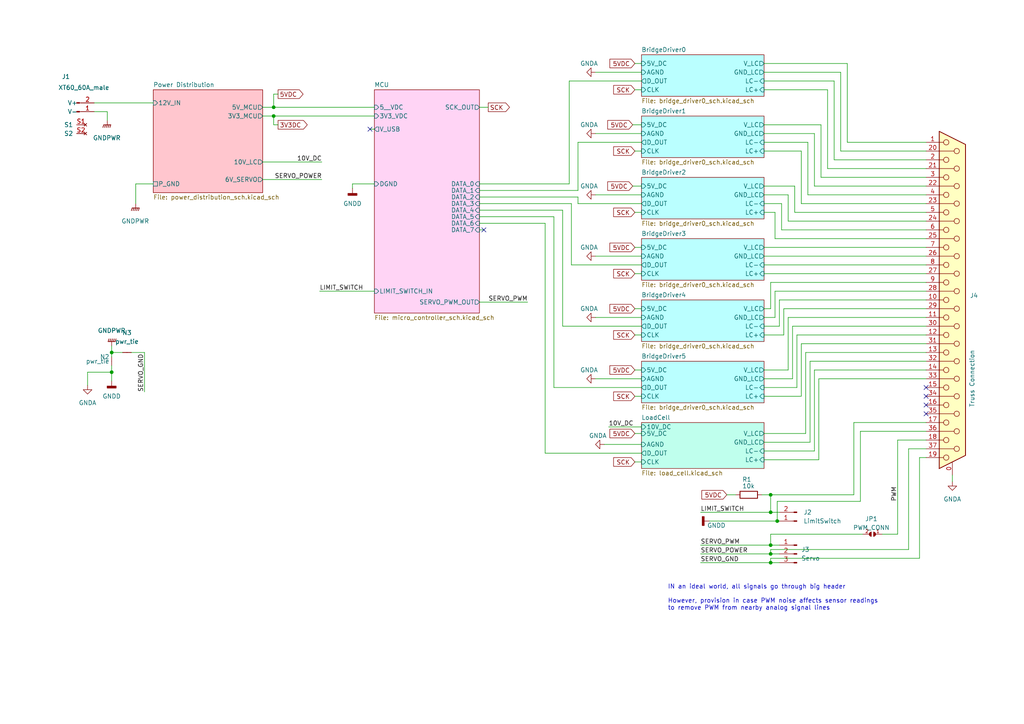
<source format=kicad_sch>
(kicad_sch (version 20211123) (generator eeschema)
  (paper "A4")
  (lib_symbols
    (symbol "000_Connectors_Immo:2pin_molex_2.54mm_male" (pin_names (offset 1.016) hide)
      (property "Reference" "J" (at 0 2.54 0))
      (property "Value" "2pin_molex_2.54mm_male" (at 0 -5.08 0))
      (symbol "2pin_molex_2.54mm_male_1_1"
        (polyline (pts (xy 1.27 -2.54) (xy 0.8636 -2.54)) (stroke (width 0.1524)))
        (polyline (pts (xy 1.27 0) (xy 0.8636 0)) (stroke (width 0.1524)))
        (rectangle (start 0.8636 -2.413) (end 0 -2.667) (stroke (width 0.1524)) (fill (type outline)))
        (rectangle (start 0.8636 0.127) (end 0 -0.127) (stroke (width 0.1524)) (fill (type outline)))
        (pin passive line (at 5.08 0 180) (length 3.81) (name "Pin_1") (number "1"))
        (pin passive line (at 5.08 -2.54 180) (length 3.81) (name "Pin_2") (number "2"))
      )
    )
    (symbol "000_Connectors_Immo:Jumper_2_Open_small" (pin_names (offset 0) hide)
      (property "Reference" "JP" (at 0 2.794 0))
      (property "Value" "Jumper_2_Open_small" (at 0 -3.175 0))
      (symbol "Jumper_2_Open_small_0_1"
        (arc (start -0.635 0.635) (mid -1.2659 0.0056) (end -0.6463 -0.635) (fill (type outline)))
        (polyline (pts (xy -0.635 0.635) (xy -0.635 -0.635)))
        (polyline (pts (xy 0 0.635) (xy 0 -0.635)))
        (arc (start 0.0042 -0.6351) (mid 0.6351 -0.0057) (end 0.0155 0.6349) (fill (type outline)))
      )
      (symbol "Jumper_2_Open_small_1_1"
        (pin passive line (at -3.175 0 0) (length 2.54) (name "A") (number "1"))
        (pin passive line (at 2.54 0 180) (length 2.54) (name "B") (number "2"))
      )
    )
    (symbol "000_Connectors_Immo:XT60_60A_male" (pin_names (offset 1.016))
      (property "Reference" "J?" (at -0.635 6.985 0))
      (property "Value" "XT60_60A_male" (at 10.795 3.81 0))
      (symbol "XT60_60A_male_1_1"
        (rectangle (start 0 -1.778) (end 0.8636 -2.032) (stroke (width 0.1524)) (fill (type outline)))
        (polyline (pts (xy 1.27 -1.905) (xy 0.8636 -1.905)) (stroke (width 0.1524)))
        (polyline (pts (xy 1.27 0.635) (xy 0.8636 0.635)) (stroke (width 0.1524)))
        (rectangle (start 0 0.762) (end 0.8636 0.508) (stroke (width 0.1524)) (fill (type outline)))
        (pin passive line (at 5.08 -1.905 180) (length 3.81) (name "V-") (number "1"))
        (pin passive line (at 5.08 0.635 180) (length 3.81) (name "V+") (number "2"))
        (pin no_connect line (at 2.54 -5.715 180) (length 2.54) (name "S1") (number "S1"))
        (pin no_connect line (at 2.54 -8.255 180) (length 2.54) (name "S2") (number "S2"))
      )
    )
    (symbol "000_Resistors_Immo:Resistor_0805" (pin_numbers hide) (pin_names (offset 0))
      (property "Reference" "R?" (at -2.54 3.81 0))
      (property "Value" "Resistor_0805" (at -5.08 2.54 0))
      (symbol "Resistor_0805_0_1"
        (rectangle (start 2.54 -1.016) (end -2.54 1.016) (stroke (width 0.254)))
      )
      (symbol "Resistor_0805_1_1"
        (pin passive line (at -3.81 0 0) (length 1.27) (name "~") (number "1"))
        (pin passive line (at 3.81 0 180) (length 1.27) (name "~") (number "2"))
      )
    )
    (symbol "000_Utility_Immo:pwr_tie" (pin_numbers hide) (pin_names (offset 0) hide) (in_bom no)
      (property "Reference" "N" (at 0 5.08 0))
      (property "Value" "pwr_tie" (at 0 2.794 0))
      (symbol "pwr_tie_1_1"
        (pin passive line (at -1.27 0 0) (length 1.27) (name "A") (number "1"))
        (pin passive line (at 1.27 0 180) (length 1.27) (name "C") (number "2"))
      )
    )
    (symbol "Connector:Conn_01x03_Male" (pin_names (offset 1.016) hide)
      (property "Reference" "J" (at 0 5.08 0))
      (property "Value" "Conn_01x03_Male" (at 2.54 -4.191 0))
      (symbol "Conn_01x03_Male_1_1"
        (polyline (pts (xy 1.27 -2.54) (xy 0.8636 -2.54)) (stroke (width 0.1524)))
        (polyline (pts (xy 1.27 0) (xy 0.8636 0)) (stroke (width 0.1524)))
        (polyline (pts (xy 1.27 2.54) (xy 0.8636 2.54)) (stroke (width 0.1524)))
        (rectangle (start 0.8636 -2.413) (end 0 -2.667) (stroke (width 0.1524)) (fill (type outline)))
        (rectangle (start 0.8636 0.127) (end 0 -0.127) (stroke (width 0.1524)) (fill (type outline)))
        (rectangle (start 0.8636 2.667) (end 0 2.413) (stroke (width 0.1524)) (fill (type outline)))
        (pin passive line (at 5.08 2.54 180) (length 3.81) (name "Pin_1") (number "1"))
        (pin passive line (at 5.08 0 180) (length 3.81) (name "Pin_2") (number "2"))
        (pin passive line (at 5.08 -2.54 180) (length 3.81) (name "Pin_3") (number "3"))
      )
    )
    (symbol "Connector:DB37_Female_MountingHoles" (pin_names (offset 1.016) hide)
      (property "Reference" "J" (at 0 52.07 0))
      (property "Value" "DB37_Female_MountingHoles" (at 0 50.165 0))
      (symbol "DB37_Female_MountingHoles_0_1"
        (circle (center -1.778 -45.72) (radius 0.762))
        (circle (center -1.778 -40.64) (radius 0.762))
        (circle (center -1.778 -35.56) (radius 0.762))
        (circle (center -1.778 -30.48) (radius 0.762))
        (circle (center -1.778 -25.4) (radius 0.762))
        (circle (center -1.778 -20.32) (radius 0.762))
        (circle (center -1.778 -15.24) (radius 0.762))
        (circle (center -1.778 -10.16) (radius 0.762))
        (circle (center -1.778 -5.08) (radius 0.762))
        (circle (center -1.778 0) (radius 0.762))
        (circle (center -1.778 5.08) (radius 0.762))
        (circle (center -1.778 10.16) (radius 0.762))
        (circle (center -1.778 15.24) (radius 0.762))
        (circle (center -1.778 20.32) (radius 0.762))
        (circle (center -1.778 25.4) (radius 0.762))
        (circle (center -1.778 30.48) (radius 0.762))
        (circle (center -1.778 35.56) (radius 0.762))
        (circle (center -1.778 40.64) (radius 0.762))
        (circle (center -1.778 45.72) (radius 0.762))
        (polyline (pts (xy -3.81 -45.72) (xy -2.54 -45.72)))
        (polyline (pts (xy -3.81 -43.18) (xy 0.508 -43.18)))
        (polyline (pts (xy -3.81 -40.64) (xy -2.54 -40.64)))
        (polyline (pts (xy -3.81 -38.1) (xy 0.508 -38.1)))
        (polyline (pts (xy -3.81 -35.56) (xy -2.54 -35.56)))
        (polyline (pts (xy -3.81 -33.02) (xy 0.508 -33.02)))
        (polyline (pts (xy -3.81 -30.48) (xy -2.54 -30.48)))
        (polyline (pts (xy -3.81 -27.94) (xy 0.508 -27.94)))
        (polyline (pts (xy -3.81 -25.4) (xy -2.54 -25.4)))
        (polyline (pts (xy -3.81 -22.86) (xy 0.508 -22.86)))
        (polyline (pts (xy -3.81 -20.32) (xy -2.54 -20.32)))
        (polyline (pts (xy -3.81 -17.78) (xy 0.508 -17.78)))
        (polyline (pts (xy -3.81 -15.24) (xy -2.54 -15.24)))
        (polyline (pts (xy -3.81 -12.7) (xy 0.508 -12.7)))
        (polyline (pts (xy -3.81 -10.16) (xy -2.54 -10.16)))
        (polyline (pts (xy -3.81 -7.62) (xy 0.508 -7.62)))
        (polyline (pts (xy -3.81 -5.08) (xy -2.54 -5.08)))
        (polyline (pts (xy -3.81 -2.54) (xy 0.508 -2.54)))
        (polyline (pts (xy -3.81 0) (xy -2.54 0)))
        (polyline (pts (xy -3.81 2.54) (xy 0.508 2.54)))
        (polyline (pts (xy -3.81 5.08) (xy -2.54 5.08)))
        (polyline (pts (xy -3.81 7.62) (xy 0.508 7.62)))
        (polyline (pts (xy -3.81 10.16) (xy -2.54 10.16)))
        (polyline (pts (xy -3.81 12.7) (xy 0.508 12.7)))
        (polyline (pts (xy -3.81 15.24) (xy -2.54 15.24)))
        (polyline (pts (xy -3.81 17.78) (xy 0.508 17.78)))
        (polyline (pts (xy -3.81 20.32) (xy -2.54 20.32)))
        (polyline (pts (xy -3.81 22.86) (xy 0.508 22.86)))
        (polyline (pts (xy -3.81 25.4) (xy -2.54 25.4)))
        (polyline (pts (xy -3.81 27.94) (xy 0.508 27.94)))
        (polyline (pts (xy -3.81 30.48) (xy -2.54 30.48)))
        (polyline (pts (xy -3.81 33.02) (xy 0.508 33.02)))
        (polyline (pts (xy -3.81 35.56) (xy -2.54 35.56)))
        (polyline (pts (xy -3.81 38.1) (xy 0.508 38.1)))
        (polyline (pts (xy -3.81 40.64) (xy -2.54 40.64)))
        (polyline (pts (xy -3.81 43.18) (xy 0.508 43.18)))
        (polyline (pts (xy -3.81 45.72) (xy -2.54 45.72)))
        (polyline (pts (xy -3.81 -48.895) (xy 3.81 -45.085) (xy 3.81 45.085) (xy -3.81 48.895) (xy -3.81 -48.895)) (stroke (width 0.254)) (fill (type background)))
        (circle (center 1.27 -43.18) (radius 0.762))
        (circle (center 1.27 -38.1) (radius 0.762))
        (circle (center 1.27 -33.02) (radius 0.762))
        (circle (center 1.27 -27.94) (radius 0.762))
        (circle (center 1.27 -22.86) (radius 0.762))
        (circle (center 1.27 -17.78) (radius 0.762))
        (circle (center 1.27 -12.7) (radius 0.762))
        (circle (center 1.27 -7.62) (radius 0.762))
        (circle (center 1.27 -2.54) (radius 0.762))
        (circle (center 1.27 2.54) (radius 0.762))
        (circle (center 1.27 7.62) (radius 0.762))
        (circle (center 1.27 12.7) (radius 0.762))
        (circle (center 1.27 17.78) (radius 0.762))
        (circle (center 1.27 22.86) (radius 0.762))
        (circle (center 1.27 27.94) (radius 0.762))
        (circle (center 1.27 33.02) (radius 0.762))
        (circle (center 1.27 38.1) (radius 0.762))
        (circle (center 1.27 43.18) (radius 0.762))
      )
      (symbol "DB37_Female_MountingHoles_1_1"
        (pin passive line (at 0 -50.8 90) (length 3.81) (name "PAD") (number "0"))
        (pin passive line (at -7.62 45.72 0) (length 3.81) (name "1") (number "1"))
        (pin passive line (at -7.62 0 0) (length 3.81) (name "10") (number "10"))
        (pin passive line (at -7.62 -5.08 0) (length 3.81) (name "11") (number "11"))
        (pin passive line (at -7.62 -10.16 0) (length 3.81) (name "12") (number "12"))
        (pin passive line (at -7.62 -15.24 0) (length 3.81) (name "13") (number "13"))
        (pin passive line (at -7.62 -20.32 0) (length 3.81) (name "14") (number "14"))
        (pin passive line (at -7.62 -25.4 0) (length 3.81) (name "15") (number "15"))
        (pin passive line (at -7.62 -30.48 0) (length 3.81) (name "16") (number "16"))
        (pin passive line (at -7.62 -35.56 0) (length 3.81) (name "17") (number "17"))
        (pin passive line (at -7.62 -40.64 0) (length 3.81) (name "18") (number "18"))
        (pin passive line (at -7.62 -45.72 0) (length 3.81) (name "19") (number "19"))
        (pin passive line (at -7.62 40.64 0) (length 3.81) (name "2") (number "2"))
        (pin passive line (at -7.62 43.18 0) (length 3.81) (name "20") (number "20"))
        (pin passive line (at -7.62 38.1 0) (length 3.81) (name "21") (number "21"))
        (pin passive line (at -7.62 33.02 0) (length 3.81) (name "22") (number "22"))
        (pin passive line (at -7.62 27.94 0) (length 3.81) (name "23") (number "23"))
        (pin passive line (at -7.62 22.86 0) (length 3.81) (name "24") (number "24"))
        (pin passive line (at -7.62 17.78 0) (length 3.81) (name "25") (number "25"))
        (pin passive line (at -7.62 12.7 0) (length 3.81) (name "26") (number "26"))
        (pin passive line (at -7.62 7.62 0) (length 3.81) (name "27") (number "27"))
        (pin passive line (at -7.62 2.54 0) (length 3.81) (name "28") (number "28"))
        (pin passive line (at -7.62 -2.54 0) (length 3.81) (name "29") (number "29"))
        (pin passive line (at -7.62 35.56 0) (length 3.81) (name "3") (number "3"))
        (pin passive line (at -7.62 -7.62 0) (length 3.81) (name "30") (number "30"))
        (pin passive line (at -7.62 -12.7 0) (length 3.81) (name "31") (number "31"))
        (pin passive line (at -7.62 -17.78 0) (length 3.81) (name "32") (number "32"))
        (pin passive line (at -7.62 -22.86 0) (length 3.81) (name "33") (number "33"))
        (pin passive line (at -7.62 -27.94 0) (length 3.81) (name "34") (number "34"))
        (pin passive line (at -7.62 -33.02 0) (length 3.81) (name "35") (number "35"))
        (pin passive line (at -7.62 -38.1 0) (length 3.81) (name "36") (number "36"))
        (pin passive line (at -7.62 -43.18 0) (length 3.81) (name "37") (number "37"))
        (pin passive line (at -7.62 30.48 0) (length 3.81) (name "4") (number "4"))
        (pin passive line (at -7.62 25.4 0) (length 3.81) (name "5") (number "5"))
        (pin passive line (at -7.62 20.32 0) (length 3.81) (name "6") (number "6"))
        (pin passive line (at -7.62 15.24 0) (length 3.81) (name "7") (number "7"))
        (pin passive line (at -7.62 10.16 0) (length 3.81) (name "8") (number "8"))
        (pin passive line (at -7.62 5.08 0) (length 3.81) (name "9") (number "9"))
      )
    )
    (symbol "power:GNDA" (power) (pin_names (offset 0))
      (property "Value" "GNDA" (at 0 -3.81 0))
      (symbol "GNDA_0_1"
        (polyline (pts (xy 0 0) (xy 0 -1.27) (xy 1.27 -1.27) (xy 0 -2.54) (xy -1.27 -1.27) (xy 0 -1.27)))
      )
      (symbol "GNDA_1_1"
        (pin power_in line (at 0 0 270) (length 0) hide (name "GNDA") (number "1"))
      )
    )
    (symbol "power:GNDD" (power) (pin_names (offset 0))
      (property "Value" "GNDD" (at 0 -3.175 0))
      (symbol "GNDD_0_1"
        (rectangle (start -1.27 -1.524) (end 1.27 -2.032) (stroke (width 0.254)) (fill (type outline)))
        (polyline (pts (xy 0 0) (xy 0 -1.524)))
      )
      (symbol "GNDD_1_1"
        (pin power_in line (at 0 0 270) (length 0) hide (name "GNDD") (number "1"))
      )
    )
    (symbol "power:GNDPWR" (power) (pin_names (offset 0))
      (property "Value" "GNDPWR" (at 0 -3.302 0))
      (symbol "GNDPWR_0_1"
        (polyline (pts (xy 0 -1.27) (xy 0 0)))
        (polyline (pts (xy -1.016 -1.27) (xy -1.27 -2.032) (xy -1.27 -2.032)) (stroke (width 0.2032)))
        (polyline (pts (xy -0.508 -1.27) (xy -0.762 -2.032) (xy -0.762 -2.032)) (stroke (width 0.2032)))
        (polyline (pts (xy 0 -1.27) (xy -0.254 -2.032) (xy -0.254 -2.032)) (stroke (width 0.2032)))
        (polyline (pts (xy 0.508 -1.27) (xy 0.254 -2.032) (xy 0.254 -2.032)) (stroke (width 0.2032)))
        (polyline (pts (xy 1.016 -1.27) (xy -1.016 -1.27) (xy -1.016 -1.27)) (stroke (width 0.2032)))
        (polyline (pts (xy 1.016 -1.27) (xy 0.762 -2.032) (xy 0.762 -2.032) (xy 0.762 -2.032)) (stroke (width 0.2032)))
      )
      (symbol "GNDPWR_1_1"
        (pin power_in line (at 0 0 270) (length 0) hide (name "GNDPWR") (number "1"))
      )
    )
  )
  (junction (at 223.52 148.59))
  (junction (at 32.385 107.95))
  (junction (at 223.52 163.195))
  (junction (at 79.375 33.655))
  (junction (at 223.52 143.51))
  (junction (at 79.375 31.115))
  (junction (at 32.385 102.235))
  (junction (at 225.425 151.13))
  (junction (at 223.52 158.115))
  (junction (at 223.52 160.655))
  (no_connect (at 140.335 66.675))
  (no_connect (at 107.315 37.465))
  (no_connect (at 268.605 112.395))
  (no_connect (at 268.605 114.935))
  (no_connect (at 268.605 117.475))
  (no_connect (at 268.605 120.015))
  (wire (pts (xy 221.615 89.535) (xy 223.52 89.535)))
  (wire (pts (xy 225.425 151.13) (xy 226.06 151.13)))
  (wire (pts (xy 102.235 54.61) (xy 102.235 53.34)))
  (wire (pts (xy 158.115 131.445) (xy 158.115 64.77)))
  (wire (pts (xy 221.615 76.835) (xy 268.605 76.835)))
  (wire (pts (xy 184.15 18.415) (xy 186.055 18.415)))
  (wire (pts (xy 80.645 27.305) (xy 79.375 27.305)))
  (wire (pts (xy 221.615 79.375) (xy 268.605 79.375)))
  (wire (pts (xy 203.2 148.59) (xy 223.52 148.59)))
  (wire (pts (xy 238.125 36.195) (xy 238.125 51.435)))
  (wire (pts (xy 232.41 59.055) (xy 268.605 59.055)))
  (wire (pts (xy 247.65 122.555) (xy 268.605 122.555)))
  (wire (pts (xy 234.95 128.27) (xy 234.95 104.775)))
  (wire (pts (xy 221.615 112.395) (xy 231.14 112.395)))
  (wire (pts (xy 31.115 32.385) (xy 27.305 32.385)))
  (wire (pts (xy 223.52 148.59) (xy 226.06 148.59)))
  (wire (pts (xy 221.615 36.195) (xy 238.125 36.195)))
  (wire (pts (xy 229.87 94.615) (xy 268.605 94.615)))
  (wire (pts (xy 27.305 29.845) (xy 44.45 29.845)))
  (wire (pts (xy 224.79 69.215) (xy 268.605 69.215)))
  (wire (pts (xy 184.15 125.73) (xy 186.055 125.73)))
  (wire (pts (xy 223.52 160.655) (xy 226.06 160.655)))
  (wire (pts (xy 276.225 137.795) (xy 276.225 139.7)))
  (wire (pts (xy 172.72 56.515) (xy 186.055 56.515)))
  (wire (pts (xy 231.14 97.155) (xy 268.605 97.155)))
  (wire (pts (xy 184.15 107.315) (xy 186.055 107.315)))
  (wire (pts (xy 243.84 43.815) (xy 268.605 43.815)))
  (wire (pts (xy 249.555 145.415) (xy 249.555 125.095)))
  (wire (pts (xy 241.935 46.355) (xy 268.605 46.355)))
  (wire (pts (xy 184.15 97.155) (xy 186.055 97.155)))
  (wire (pts (xy 221.615 97.155) (xy 227.33 97.155)))
  (wire (pts (xy 221.615 128.27) (xy 234.95 128.27)))
  (wire (pts (xy 223.52 158.115) (xy 226.06 158.115)))
  (wire (pts (xy 221.615 109.855) (xy 229.87 109.855)))
  (wire (pts (xy 184.15 89.535) (xy 186.055 89.535)))
  (wire (pts (xy 203.2 163.195) (xy 223.52 163.195)))
  (wire (pts (xy 139.065 55.245) (xy 167.64 55.245)))
  (wire (pts (xy 238.125 51.435) (xy 268.605 51.435)))
  (wire (pts (xy 221.615 38.735) (xy 236.22 38.735)))
  (wire (pts (xy 184.15 26.035) (xy 186.055 26.035)))
  (wire (pts (xy 76.2 52.07) (xy 93.345 52.07)))
  (wire (pts (xy 25.4 107.95) (xy 32.385 107.95)))
  (wire (pts (xy 160.655 112.395) (xy 160.655 62.865)))
  (wire (pts (xy 236.22 130.81) (xy 236.22 107.315)))
  (wire (pts (xy 221.615 130.81) (xy 236.22 130.81)))
  (wire (pts (xy 231.14 112.395) (xy 231.14 97.155)))
  (wire (pts (xy 80.645 36.195) (xy 79.375 36.195)))
  (wire (pts (xy 221.615 26.035) (xy 240.03 26.035)))
  (wire (pts (xy 226.695 66.675) (xy 268.605 66.675)))
  (wire (pts (xy 32.385 102.235) (xy 32.385 100.33)))
  (wire (pts (xy 245.745 18.415) (xy 245.745 41.275)))
  (wire (pts (xy 165.1 23.495) (xy 186.055 23.495)))
  (wire (pts (xy 184.15 43.815) (xy 186.055 43.815)))
  (wire (pts (xy 221.615 133.35) (xy 237.49 133.35)))
  (wire (pts (xy 39.37 53.34) (xy 44.45 53.34)))
  (wire (pts (xy 184.15 79.375) (xy 186.055 79.375)))
  (wire (pts (xy 225.425 145.415) (xy 249.555 145.415)))
  (wire (pts (xy 35.56 102.235) (xy 32.385 102.235)))
  (wire (pts (xy 221.615 61.595) (xy 224.79 61.595)))
  (wire (pts (xy 41.91 113.665) (xy 41.91 102.235)))
  (wire (pts (xy 176.53 123.825) (xy 186.055 123.825)))
  (wire (pts (xy 268.605 127.635) (xy 260.35 127.635)))
  (wire (pts (xy 76.2 46.99) (xy 93.345 46.99)))
  (wire (pts (xy 32.385 106.045) (xy 32.385 107.95)))
  (wire (pts (xy 107.315 37.465) (xy 108.585 37.465)))
  (wire (pts (xy 227.33 89.535) (xy 268.605 89.535)))
  (wire (pts (xy 76.2 31.115) (xy 79.375 31.115)))
  (wire (pts (xy 221.615 20.955) (xy 243.84 20.955)))
  (wire (pts (xy 139.065 53.34) (xy 165.1 53.34)))
  (wire (pts (xy 32.385 102.235) (xy 32.385 103.505)))
  (wire (pts (xy 184.15 114.935) (xy 186.055 114.935)))
  (wire (pts (xy 76.2 33.655) (xy 79.375 33.655)))
  (wire (pts (xy 225.425 151.13) (xy 225.425 145.415)))
  (wire (pts (xy 172.72 74.295) (xy 186.055 74.295)))
  (wire (pts (xy 221.615 94.615) (xy 226.06 94.615)))
  (wire (pts (xy 223.52 159.385) (xy 263.525 159.385)))
  (wire (pts (xy 266.7 132.715) (xy 268.605 132.715)))
  (wire (pts (xy 203.2 158.115) (xy 223.52 158.115)))
  (wire (pts (xy 237.49 133.35) (xy 237.49 109.855)))
  (wire (pts (xy 263.525 130.175) (xy 268.605 130.175)))
  (wire (pts (xy 139.065 31.115) (xy 141.605 31.115)))
  (wire (pts (xy 221.615 125.73) (xy 233.68 125.73)))
  (wire (pts (xy 234.95 104.775) (xy 268.605 104.775)))
  (wire (pts (xy 165.735 59.055) (xy 165.735 76.835)))
  (wire (pts (xy 139.065 62.865) (xy 160.655 62.865)))
  (wire (pts (xy 228.6 64.135) (xy 268.605 64.135)))
  (wire (pts (xy 32.385 107.95) (xy 32.385 110.49)))
  (wire (pts (xy 220.98 143.51) (xy 223.52 143.51)))
  (wire (pts (xy 240.03 48.895) (xy 268.605 48.895)))
  (wire (pts (xy 102.235 53.34) (xy 108.585 53.34)))
  (wire (pts (xy 223.52 160.655) (xy 223.52 159.385)))
  (wire (pts (xy 79.375 31.115) (xy 108.585 31.115)))
  (wire (pts (xy 184.15 71.755) (xy 186.055 71.755)))
  (wire (pts (xy 221.615 53.975) (xy 230.505 53.975)))
  (wire (pts (xy 139.065 60.96) (xy 163.195 60.96)))
  (wire (pts (xy 228.6 56.515) (xy 228.6 64.135)))
  (wire (pts (xy 221.615 107.315) (xy 228.6 107.315)))
  (wire (pts (xy 232.41 114.935) (xy 232.41 99.695)))
  (wire (pts (xy 223.52 143.51) (xy 223.52 148.59)))
  (wire (pts (xy 165.1 53.34) (xy 165.1 23.495)))
  (wire (pts (xy 224.79 84.455) (xy 268.605 84.455)))
  (wire (pts (xy 236.22 53.975) (xy 268.605 53.975)))
  (wire (pts (xy 230.505 53.975) (xy 230.505 61.595)))
  (wire (pts (xy 163.195 60.96) (xy 163.195 94.615)))
  (wire (pts (xy 221.615 71.755) (xy 268.605 71.755)))
  (wire (pts (xy 223.52 154.94) (xy 223.52 158.115)))
  (wire (pts (xy 226.06 163.195) (xy 223.52 163.195)))
  (wire (pts (xy 41.91 102.235) (xy 38.1 102.235)))
  (wire (pts (xy 226.06 86.995) (xy 268.605 86.995)))
  (wire (pts (xy 167.64 55.245) (xy 167.64 41.275)))
  (wire (pts (xy 210.82 143.51) (xy 213.36 143.51)))
  (wire (pts (xy 186.055 112.395) (xy 160.655 112.395)))
  (wire (pts (xy 247.65 143.51) (xy 247.65 122.555)))
  (wire (pts (xy 260.35 127.635) (xy 260.35 154.94)))
  (wire (pts (xy 232.41 43.815) (xy 232.41 59.055)))
  (wire (pts (xy 237.49 109.855) (xy 268.605 109.855)))
  (wire (pts (xy 140.335 66.675) (xy 139.065 66.675)))
  (wire (pts (xy 175.26 128.905) (xy 186.055 128.905)))
  (wire (pts (xy 221.615 74.295) (xy 268.605 74.295)))
  (wire (pts (xy 232.41 99.695) (xy 268.605 99.695)))
  (wire (pts (xy 186.055 131.445) (xy 158.115 131.445)))
  (wire (pts (xy 39.37 53.34) (xy 39.37 59.055)))
  (wire (pts (xy 223.52 143.51) (xy 247.65 143.51)))
  (wire (pts (xy 226.695 59.055) (xy 226.695 66.675)))
  (wire (pts (xy 224.79 92.075) (xy 224.79 84.455)))
  (wire (pts (xy 236.22 107.315) (xy 268.605 107.315)))
  (wire (pts (xy 167.64 57.15) (xy 167.64 59.055)))
  (wire (pts (xy 184.15 133.985) (xy 186.055 133.985)))
  (wire (pts (xy 223.52 161.925) (xy 266.7 161.925)))
  (wire (pts (xy 227.33 97.155) (xy 227.33 89.535)))
  (wire (pts (xy 236.22 38.735) (xy 236.22 53.975)))
  (wire (pts (xy 221.615 41.275) (xy 234.315 41.275)))
  (wire (pts (xy 260.35 154.94) (xy 255.905 154.94)))
  (wire (pts (xy 223.52 163.195) (xy 223.52 161.925)))
  (wire (pts (xy 139.065 57.15) (xy 167.64 57.15)))
  (wire (pts (xy 224.79 61.595) (xy 224.79 69.215)))
  (wire (pts (xy 183.515 53.975) (xy 186.055 53.975)))
  (wire (pts (xy 263.525 159.385) (xy 263.525 130.175)))
  (wire (pts (xy 228.6 107.315) (xy 228.6 92.075)))
  (wire (pts (xy 172.72 38.735) (xy 186.055 38.735)))
  (wire (pts (xy 221.615 23.495) (xy 241.935 23.495)))
  (wire (pts (xy 203.2 160.655) (xy 223.52 160.655)))
  (wire (pts (xy 221.615 92.075) (xy 224.79 92.075)))
  (wire (pts (xy 139.065 59.055) (xy 165.735 59.055)))
  (wire (pts (xy 223.52 89.535) (xy 223.52 81.915)))
  (wire (pts (xy 221.615 114.935) (xy 232.41 114.935)))
  (wire (pts (xy 230.505 61.595) (xy 268.605 61.595)))
  (wire (pts (xy 172.72 109.855) (xy 186.055 109.855)))
  (wire (pts (xy 221.615 18.415) (xy 245.745 18.415)))
  (wire (pts (xy 31.115 34.925) (xy 31.115 32.385)))
  (wire (pts (xy 205.74 151.13) (xy 225.425 151.13)))
  (wire (pts (xy 221.615 43.815) (xy 232.41 43.815)))
  (wire (pts (xy 184.15 61.595) (xy 186.055 61.595)))
  (wire (pts (xy 172.72 20.955) (xy 186.055 20.955)))
  (wire (pts (xy 234.315 56.515) (xy 268.605 56.515)))
  (wire (pts (xy 223.52 81.915) (xy 268.605 81.915)))
  (wire (pts (xy 139.065 87.63) (xy 153.035 87.63)))
  (wire (pts (xy 172.72 92.075) (xy 186.055 92.075)))
  (wire (pts (xy 92.71 84.455) (xy 108.585 84.455)))
  (wire (pts (xy 243.84 20.955) (xy 243.84 43.815)))
  (wire (pts (xy 234.315 41.275) (xy 234.315 56.515)))
  (wire (pts (xy 245.745 41.275) (xy 268.605 41.275)))
  (wire (pts (xy 249.555 125.095) (xy 268.605 125.095)))
  (wire (pts (xy 226.06 94.615) (xy 226.06 86.995)))
  (wire (pts (xy 233.68 125.73) (xy 233.68 102.235)))
  (wire (pts (xy 266.7 161.925) (xy 266.7 132.715)))
  (wire (pts (xy 241.935 23.495) (xy 241.935 46.355)))
  (wire (pts (xy 221.615 56.515) (xy 228.6 56.515)))
  (wire (pts (xy 167.64 59.055) (xy 186.055 59.055)))
  (wire (pts (xy 240.03 26.035) (xy 240.03 48.895)))
  (wire (pts (xy 250.19 154.94) (xy 223.52 154.94)))
  (wire (pts (xy 139.065 64.77) (xy 158.115 64.77)))
  (wire (pts (xy 25.4 111.76) (xy 25.4 107.95)))
  (wire (pts (xy 79.375 27.305) (xy 79.375 31.115)))
  (wire (pts (xy 233.68 102.235) (xy 268.605 102.235)))
  (wire (pts (xy 79.375 36.195) (xy 79.375 33.655)))
  (wire (pts (xy 163.195 94.615) (xy 186.055 94.615)))
  (wire (pts (xy 167.64 41.275) (xy 186.055 41.275)))
  (wire (pts (xy 228.6 92.075) (xy 268.605 92.075)))
  (wire (pts (xy 229.87 109.855) (xy 229.87 94.615)))
  (wire (pts (xy 79.375 33.655) (xy 108.585 33.655)))
  (wire (pts (xy 165.735 76.835) (xy 186.055 76.835)))
  (wire (pts (xy 221.615 59.055) (xy 226.695 59.055)))
  (wire (pts (xy 183.515 36.195) (xy 186.055 36.195)))
  (text "IN an ideal world, all signals go through big header\n\nHowever, provision in case PWM noise affects sensor readings\nto remove PWM from nearby analog signal lines" (at 193.675 177.165 0) (effects (font (size 1.27 1.27)) (justify left bottom)))
  (label "LIMIT_SWITCH" (at 203.2 148.59 0))
  (label "SERVO_PWM" (at 153.035 87.63 180))
  (label "LIMIT_SWITCH" (at 92.71 84.455 0))
  (label "SERVO_PWM" (at 203.2 158.115 0))
  (label "SERVO_POWER" (at 93.345 52.07 180))
  (label "SERVO_GND" (at 203.2 163.195 0))
  (label "10V_DC" (at 93.345 46.99 180))
  (label "10V_DC" (at 176.53 123.825 0))
  (label "SERVO_POWER" (at 203.2 160.655 0))
  (label "SERVO_GND" (at 41.91 113.665 90))
  (label "PWM" (at 260.35 145.415 90))
  (global_label "SCK" (shape input) (at 184.15 97.155 180) (property "Intersheet References" "${INTERSHEET_REFS}" (effects hide)))
  (global_label "5VDC" (shape input) (at 184.15 18.415 180) (property "Intersheet References" "${INTERSHEET_REFS}" (effects hide)))
  (global_label "SCK" (shape output) (at 141.605 31.115 0) (property "Intersheet References" "${INTERSHEET_REFS}" (effects hide)))
  (global_label "5VDC" (shape input) (at 183.515 53.975 180) (property "Intersheet References" "${INTERSHEET_REFS}" (effects hide)))
  (global_label "5VDC" (shape input) (at 210.82 143.51 180) (property "Intersheet References" "${INTERSHEET_REFS}" (effects hide)))
  (global_label "SCK" (shape input) (at 184.15 114.935 180) (property "Intersheet References" "${INTERSHEET_REFS}" (effects hide)))
  (global_label "5VDC" (shape input) (at 184.15 125.73 180) (property "Intersheet References" "${INTERSHEET_REFS}" (effects hide)))
  (global_label "5VDC" (shape input) (at 183.515 36.195 180) (property "Intersheet References" "${INTERSHEET_REFS}" (effects hide)))
  (global_label "SCK" (shape input) (at 184.15 133.985 180) (property "Intersheet References" "${INTERSHEET_REFS}" (effects hide)))
  (global_label "SCK" (shape input) (at 184.15 26.035 180) (property "Intersheet References" "${INTERSHEET_REFS}" (effects hide)))
  (global_label "SCK" (shape input) (at 184.15 79.375 180) (property "Intersheet References" "${INTERSHEET_REFS}" (effects hide)))
  (global_label "5VDC" (shape input) (at 184.15 89.535 180) (property "Intersheet References" "${INTERSHEET_REFS}" (effects hide)))
  (global_label "5VDC" (shape input) (at 184.15 107.315 180) (property "Intersheet References" "${INTERSHEET_REFS}" (effects hide)))
  (global_label "SCK" (shape input) (at 184.15 61.595 180) (property "Intersheet References" "${INTERSHEET_REFS}" (effects hide)))
  (global_label "SCK" (shape input) (at 184.15 43.815 180) (property "Intersheet References" "${INTERSHEET_REFS}" (effects hide)))
  (global_label "5VDC" (shape output) (at 80.645 27.305 0) (property "Intersheet References" "${INTERSHEET_REFS}" (effects hide)))
  (global_label "3V3DC" (shape output) (at 80.645 36.195 0) (property "Intersheet References" "${INTERSHEET_REFS}" (effects hide)))
  (global_label "5VDC" (shape input) (at 184.15 71.755 180) (property "Intersheet References" "${INTERSHEET_REFS}" (effects hide)))
  (symbol (lib_id "power:GNDA") (at 172.72 92.075 270) (unit 1)
    (property "Reference" "#PWR011" (effects hide))
    (property "Value" "GNDA" (at 168.275 89.535 90) (effects (justify left)))
  )
  (symbol (lib_id "Connector:Conn_01x03_Male") (at 231.14 160.655 0) (mirror y) (unit 1)
    (property "Reference" "J3" (at 232.41 159.3849 0) (effects (justify right)))
    (property "Value" "Servo" (at 232.41 161.9249 0) (effects (justify right)))
    (property "Footprint" "Connector_PinHeader_2.54mm:PinHeader_1x03_P2.54mm_Vertical" (effects hide))
  )
  (symbol (lib_id "Connector:DB37_Female_MountingHoles") (at 276.225 86.995 0) (unit 1)
    (property "Reference" "J4" (at 281.305 85.7249 0) (effects (justify left)))
    (property "Value" "Truss Connection" (at 281.94 118.11 90) (effects (justify left)))
    (property "Footprint" "Connector_Dsub:DSUB-37_Female_Vertical_P2.77x2.84mm_MountingHoles" (effects hide))
    (property "Datasheet" " ~" (effects hide))
  )
  (symbol (lib_id "000_Connectors_Immo:Jumper_2_Open_small") (at 252.73 154.94 180) (unit 1)
    (property "Reference" "JP1" (at 252.73 150.495 0))
    (property "Value" "PWM_CONN" (at 252.73 153.035 0))
    (property "Footprint" "Jumper:SolderJumper-2_P1.3mm_Open_RoundedPad1.0x1.5mm" (effects hide))
  )
  (symbol (lib_id "power:GNDA") (at 172.72 74.295 270) (unit 1)
    (property "Reference" "#PWR010" (effects hide))
    (property "Value" "GNDA" (at 168.275 71.755 90) (effects (justify left)))
  )
  (symbol (lib_id "power:GNDPWR") (at 39.37 59.055 0) (unit 1)
    (property "Reference" "#PWR04" (effects hide))
    (property "Value" "GNDPWR" (at 39.243 64.135 0))
  )
  (symbol (lib_id "power:GNDD") (at 102.235 54.61 0) (unit 1)
    (property "Reference" "#PWR06" (effects hide))
    (property "Value" "GNDD" (at 102.235 59.055 0))
  )
  (symbol (lib_id "000_Utility_Immo:pwr_tie") (at 32.385 104.775 270) (mirror x) (unit 1) (in_bom no)
    (property "Reference" "N2" (at 31.75 103.5049 90) (effects (justify right)))
    (property "Value" "pwr_tie" (at 31.75 104.775 90) (effects (justify right)))
    (property "Footprint" "NetTie:NetTie-8-15A_1oz_2oz" (effects hide))
  )
  (symbol (lib_id "power:GNDD") (at 32.385 110.49 0) (mirror y) (unit 1)
    (property "Reference" "#PWR03" (effects hide))
    (property "Value" "GNDD" (at 32.385 114.935 0))
  )
  (symbol (lib_id "power:GNDPWR") (at 32.385 100.33 180) (unit 1)
    (property "Reference" "#PWR01" (effects hide))
    (property "Value" "GNDPWR" (at 32.385 95.885 0))
  )
  (symbol (lib_id "power:GNDA") (at 175.26 128.905 270) (unit 1)
    (property "Reference" "#PWR013" (effects hide))
    (property "Value" "GNDA" (at 170.815 126.365 90) (effects (justify left)))
  )
  (symbol (lib_id "power:GNDD") (at 205.74 151.13 270) (unit 1)
    (property "Reference" "#PWR014" (effects hide))
    (property "Value" "GNDD" (at 205.105 152.4 90) (effects (justify left)))
  )
  (symbol (lib_id "000_Connectors_Immo:2pin_molex_2.54mm_male") (at 231.14 151.13 180) (unit 1)
    (property "Reference" "J2" (at 233.045 148.5899 0) (effects (justify right)))
    (property "Value" "LimitSwitch" (at 233.045 151.1299 0) (effects (justify right)))
    (property "Footprint" "Connector_Molex:Molex_KK-254_AE-6410-02A_1x02_P2.54mm_Vertical" (effects hide))
  )
  (symbol (lib_id "000_Connectors_Immo:XT60_60A_male") (at 22.225 30.48 0) (unit 1)
    (property "Reference" "J1" (at 20.32 22.225 0) (effects (justify right)))
    (property "Value" "XT60_60A_male" (at 31.75 25.4 0) (effects (justify right)))
    (property "Footprint" "Connector_AMASS:AMASS_XT60PW-M" (effects hide))
  )
  (symbol (lib_id "000_Resistors_Immo:Resistor_0805") (at 217.17 143.51 180) (unit 1)
    (property "Reference" "R1" (at 215.265 139.065 0) (effects (justify right)))
    (property "Value" "10k" (at 215.265 140.97 0) (effects (justify right)))
    (property "Footprint" "Resistor_SMD:R_0805_2012Metric_Pad1.20x1.40mm_HandSolder" (effects hide))
  )
  (symbol (lib_id "power:GNDA") (at 25.4 111.76 0) (unit 1)
    (property "Reference" "#PWR05" (effects hide))
    (property "Value" "GNDA" (at 25.4 116.84 0))
  )
  (symbol (lib_id "power:GNDA") (at 172.72 109.855 270) (unit 1)
    (property "Reference" "#PWR012" (effects hide))
    (property "Value" "GNDA" (at 168.275 107.315 90) (effects (justify left)))
  )
  (symbol (lib_id "power:GNDA") (at 172.72 20.955 270) (unit 1)
    (property "Reference" "#PWR07" (effects hide))
    (property "Value" "GNDA" (at 168.275 18.415 90) (effects (justify left)))
  )
  (symbol (lib_id "000_Utility_Immo:pwr_tie") (at 36.83 102.235 0) (unit 1) (in_bom no)
    (property "Reference" "N3" (at 36.83 96.52 0))
    (property "Value" "pwr_tie" (at 36.83 99.06 0))
    (property "Footprint" "NetTie:NetTie-8-15A_1oz_2oz" (effects hide))
  )
  (symbol (lib_id "power:GNDA") (at 276.225 139.7 0) (unit 1)
    (property "Reference" "#PWR0101" (effects hide))
    (property "Value" "GNDA" (at 276.225 144.78 0))
  )
  (symbol (lib_id "power:GNDPWR") (at 31.115 34.925 0) (unit 1)
    (property "Reference" "#PWR02" (effects hide))
    (property "Value" "GNDPWR" (at 30.988 40.005 0))
  )
  (symbol (lib_id "power:GNDA") (at 172.72 38.735 270) (unit 1)
    (property "Reference" "#PWR08" (effects hide))
    (property "Value" "GNDA" (at 168.275 36.195 90) (effects (justify left)))
  )
  (symbol (lib_id "power:GNDA") (at 172.72 56.515 270) (unit 1)
    (property "Reference" "#PWR09" (effects hide))
    (property "Value" "GNDA" (at 168.275 53.975 90) (effects (justify left)))
  )
  (sheet (at 186.055 51.435) (size 35.56 12.065) (stroke (width 0.1524)) (fill (color 40 255 253 0.3200))
    (property "Sheet name" "BridgeDriver2" (at 186.055 50.7234 0) (effects (justify left bottom)))
    (property "Sheet file" "bridge_driver0_sch.kicad_sch" (at 186.055 64.0846 0) (effects (justify left top)))
    (pin "LC-" input (at 221.615 59.055 0))
    (pin "LC+" input (at 221.615 61.595 0))
    (pin "5V_DC" input (at 186.055 53.975 180))
    (pin "AGND" input (at 186.055 56.515 180))
    (pin "CLK" input (at 186.055 61.595 180))
    (pin "D_OUT" output (at 186.055 59.055 180))
    (pin "V_LC" output (at 221.615 53.975 0))
    (pin "GND_LC" output (at 221.615 56.515 0))
  )
  (sheet (at 186.055 69.215) (size 35.56 12.065) (stroke (width 0.1524)) (fill (color 40 255 253 0.3200))
    (property "Sheet name" "BridgeDriver3" (at 186.055 68.5034 0) (effects (justify left bottom)))
    (property "Sheet file" "bridge_driver0_sch.kicad_sch" (at 186.055 81.8646 0) (effects (justify left top)))
    (pin "LC-" input (at 221.615 76.835 0))
    (pin "LC+" input (at 221.615 79.375 0))
    (pin "5V_DC" input (at 186.055 71.755 180))
    (pin "AGND" input (at 186.055 74.295 180))
    (pin "CLK" input (at 186.055 79.375 180))
    (pin "D_OUT" output (at 186.055 76.835 180))
    (pin "V_LC" output (at 221.615 71.755 0))
    (pin "GND_LC" output (at 221.615 74.295 0))
  )
  (sheet (at 186.055 104.775) (size 35.56 12.065) (stroke (width 0.1524)) (fill (color 40 255 253 0.3200))
    (property "Sheet name" "BridgeDriver5" (at 186.055 104.0634 0) (effects (justify left bottom)))
    (property "Sheet file" "bridge_driver0_sch.kicad_sch" (at 186.055 117.4246 0) (effects (justify left top)))
    (pin "LC-" input (at 221.615 112.395 0))
    (pin "LC+" input (at 221.615 114.935 0))
    (pin "5V_DC" input (at 186.055 107.315 180))
    (pin "AGND" input (at 186.055 109.855 180))
    (pin "CLK" input (at 186.055 114.935 180))
    (pin "D_OUT" output (at 186.055 112.395 180))
    (pin "V_LC" output (at 221.615 107.315 0))
    (pin "GND_LC" output (at 221.615 109.855 0))
  )
  (sheet (at 186.055 15.875) (size 35.56 12.065) (stroke (width 0.1524)) (fill (color 40 255 253 0.3200))
    (property "Sheet name" "BridgeDriver0" (at 186.055 15.1634 0) (effects (justify left bottom)))
    (property "Sheet file" "bridge_driver0_sch.kicad_sch" (at 186.055 28.5246 0) (effects (justify left top)))
    (pin "LC-" input (at 221.615 23.495 0))
    (pin "LC+" input (at 221.615 26.035 0))
    (pin "5V_DC" input (at 186.055 18.415 180))
    (pin "AGND" input (at 186.055 20.955 180))
    (pin "CLK" input (at 186.055 26.035 180))
    (pin "D_OUT" output (at 186.055 23.495 180))
    (pin "V_LC" output (at 221.615 18.415 0))
    (pin "GND_LC" output (at 221.615 20.955 0))
  )
  (sheet (at 186.055 122.555) (size 35.56 13.335) (stroke (width 0.1524)) (fill (color 55 255 197 0.3200))
    (property "Sheet name" "LoadCell" (at 186.055 121.8434 0) (effects (justify left bottom)))
    (property "Sheet file" "load_cell.kicad_sch" (at 186.055 136.4746 0) (effects (justify left top)))
    (pin "LC-" input (at 221.615 130.81 0))
    (pin "LC+" input (at 221.615 133.35 0))
    (pin "5V_DC" input (at 186.055 125.73 180))
    (pin "AGND" input (at 186.055 128.905 180))
    (pin "GND_LC" output (at 221.615 128.27 0))
    (pin "V_LC" output (at 221.615 125.73 0))
    (pin "CLK" input (at 186.055 133.985 180))
    (pin "D_OUT" output (at 186.055 131.445 180))
    (pin "10V_DC" input (at 186.055 123.825 180))
  )
  (sheet (at 186.055 33.655) (size 35.56 12.065) (stroke (width 0.1524)) (fill (color 40 255 253 0.3200))
    (property "Sheet name" "BridgeDriver1" (at 186.055 32.9434 0) (effects (justify left bottom)))
    (property "Sheet file" "bridge_driver0_sch.kicad_sch" (at 186.055 46.3046 0) (effects (justify left top)))
    (pin "LC-" input (at 221.615 41.275 0))
    (pin "LC+" input (at 221.615 43.815 0))
    (pin "5V_DC" input (at 186.055 36.195 180))
    (pin "AGND" input (at 186.055 38.735 180))
    (pin "CLK" input (at 186.055 43.815 180))
    (pin "D_OUT" output (at 186.055 41.275 180))
    (pin "V_LC" output (at 221.615 36.195 0))
    (pin "GND_LC" output (at 221.615 38.735 0))
  )
  (sheet (at 108.585 26.035) (size 30.48 64.77) (stroke (width 0.1524)) (fill (color 255 51 208 0.2100))
    (property "Sheet name" "MCU" (at 108.585 25.3234 0) (effects (justify left bottom)))
    (property "Sheet file" "micro_controller_sch.kicad_sch" (at 108.585 91.3896 0) (effects (justify left top)))
    (pin "DGND" input (at 108.585 53.34 180))
    (pin "5__VDC" input (at 108.585 31.115 180))
    (pin "3V3_VDC" input (at 108.585 33.655 180))
    (pin "V_USB" output (at 108.585 37.465 180))
    (pin "DATA_5" input (at 139.065 62.865 0))
    (pin "DATA_6" input (at 139.065 64.77 0))
    (pin "DATA_4" input (at 139.065 60.96 0))
    (pin "DATA_7" input (at 139.065 66.675 0))
    (pin "DATA_1" input (at 139.065 55.245 0))
    (pin "DATA_2" input (at 139.065 57.15 0))
    (pin "DATA_3" input (at 139.065 59.055 0))
    (pin "DATA_0" input (at 139.065 53.34 0))
    (pin "SCK_OUT" output (at 139.065 31.115 0))
    (pin "LIMIT_SWITCH_IN" input (at 108.585 84.455 180))
    (pin "SERVO_PWM_OUT" output (at 139.065 87.63 0))
  )
  (sheet (at 44.45 26.035) (size 31.75 29.845) (stroke (width 0.1524)) (fill (color 255 29 63 0.2500))
    (property "Sheet name" "Power Distribution" (at 44.45 25.3234 0) (effects (justify left bottom)))
    (property "Sheet file" "power_distribution_sch.kicad_sch" (at 44.45 56.4646 0) (effects (justify left top)))
    (pin "P_GND" passive (at 44.45 53.34 180))
    (pin "12V_IN" input (at 44.45 29.845 180))
    (pin "3V3_MCU" output (at 76.2 33.655 0))
    (pin "5V_MCU" output (at 76.2 31.115 0))
    (pin "10V_LC" output (at 76.2 46.99 0))
    (pin "6V_SERVO" output (at 76.2 52.07 0))
  )
  (sheet (at 186.055 86.995) (size 35.56 12.065) (stroke (width 0.1524)) (fill (color 40 255 253 0.3200))
    (property "Sheet name" "BridgeDriver4" (at 186.055 86.2834 0) (effects (justify left bottom)))
    (property "Sheet file" "bridge_driver0_sch.kicad_sch" (at 186.055 99.6446 0) (effects (justify left top)))
    (pin "LC-" input (at 221.615 94.615 0))
    (pin "LC+" input (at 221.615 97.155 0))
    (pin "5V_DC" input (at 186.055 89.535 180))
    (pin "AGND" input (at 186.055 92.075 180))
    (pin "CLK" input (at 186.055 97.155 180))
    (pin "D_OUT" output (at 186.055 94.615 180))
    (pin "V_LC" output (at 221.615 89.535 0))
    (pin "GND_LC" output (at 221.615 92.075 0))
  )
)
</source>
